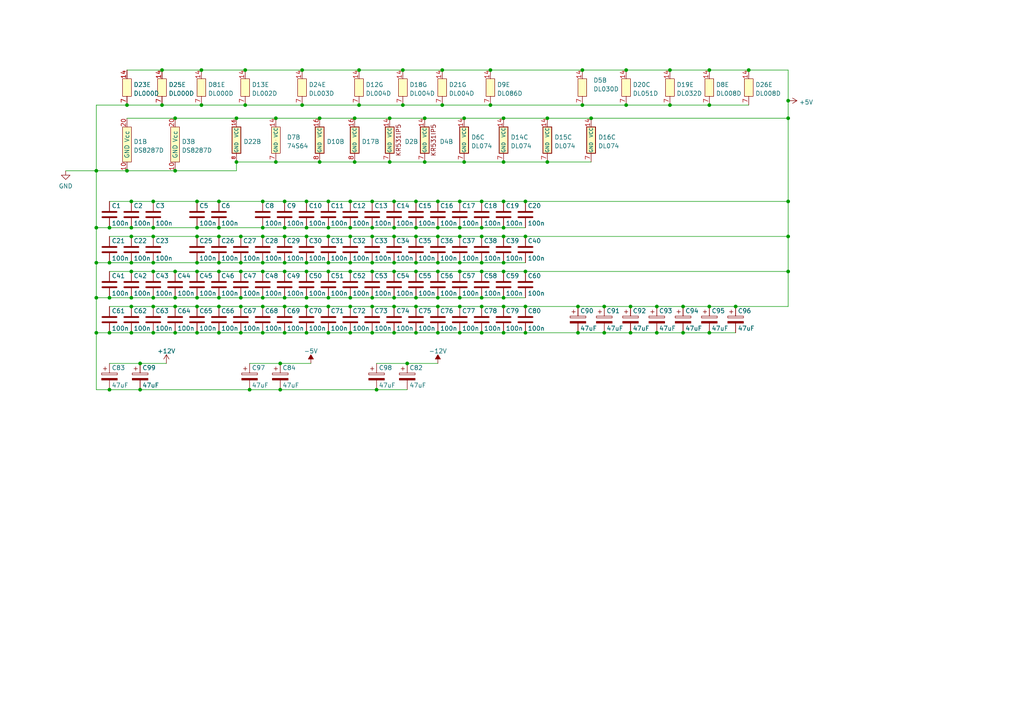
<source format=kicad_sch>
(kicad_sch (version 20211123) (generator eeschema)
  (paper "A4")
  (junction (at 44.45 78.74))
  (junction (at 134.62 34.29))
  (junction (at 63.5 66.04))
  (junction (at 139.7 96.52))
  (junction (at 57.15 68.58))
  (junction (at 152.4 96.52))
  (junction (at 182.88 88.9))
  (junction (at 76.2 76.2))
  (junction (at 92.71 34.29))
  (junction (at 127 86.36))
  (junction (at 63.5 96.52))
  (junction (at 38.1 68.58))
  (junction (at 133.35 76.2))
  (junction (at 82.55 86.36))
  (junction (at 127 96.52))
  (junction (at 80.01 46.99))
  (junction (at 213.36 88.9))
  (junction (at 205.74 30.48))
  (junction (at 101.6 76.2))
  (junction (at 63.5 68.58))
  (junction (at 57.15 96.52))
  (junction (at 133.35 86.36))
  (junction (at 107.95 66.04))
  (junction (at 76.2 88.9))
  (junction (at 101.6 96.52))
  (junction (at 146.05 68.58))
  (junction (at 139.7 68.58))
  (junction (at 146.05 46.99))
  (junction (at 76.2 96.52))
  (junction (at 44.45 96.52))
  (junction (at 36.83 30.48))
  (junction (at 88.9 76.2))
  (junction (at 114.3 96.52))
  (junction (at 123.19 34.29))
  (junction (at 228.6 29.21))
  (junction (at 95.25 78.74))
  (junction (at 69.85 76.2))
  (junction (at 63.5 78.74))
  (junction (at 120.65 58.42))
  (junction (at 127 66.04))
  (junction (at 127 88.9))
  (junction (at 27.94 96.52))
  (junction (at 107.95 96.52))
  (junction (at 68.58 46.99))
  (junction (at 82.55 58.42))
  (junction (at 57.15 78.74))
  (junction (at 27.94 76.2))
  (junction (at 27.94 66.04))
  (junction (at 82.55 76.2))
  (junction (at 63.5 86.36))
  (junction (at 175.26 88.9))
  (junction (at 146.05 96.52))
  (junction (at 50.8 86.36))
  (junction (at 82.55 88.9))
  (junction (at 114.3 86.36))
  (junction (at 139.7 86.36))
  (junction (at 88.9 96.52))
  (junction (at 57.15 58.42))
  (junction (at 38.1 76.2))
  (junction (at 114.3 78.74))
  (junction (at 158.75 34.29))
  (junction (at 146.05 66.04))
  (junction (at 113.03 46.99))
  (junction (at 127 78.74))
  (junction (at 82.55 96.52))
  (junction (at 114.3 66.04))
  (junction (at 194.31 30.48))
  (junction (at 168.91 30.48))
  (junction (at 120.65 88.9))
  (junction (at 27.94 86.36))
  (junction (at 31.75 113.03))
  (junction (at 44.45 68.58))
  (junction (at 127 58.42))
  (junction (at 120.65 86.36))
  (junction (at 44.45 86.36))
  (junction (at 69.85 96.52))
  (junction (at 190.5 96.52))
  (junction (at 46.99 30.48))
  (junction (at 95.25 58.42))
  (junction (at 82.55 66.04))
  (junction (at 27.94 49.53))
  (junction (at 123.19 46.99))
  (junction (at 120.65 68.58))
  (junction (at 182.88 96.52))
  (junction (at 69.85 68.58))
  (junction (at 101.6 58.42))
  (junction (at 107.95 58.42))
  (junction (at 146.05 86.36))
  (junction (at 88.9 68.58))
  (junction (at 101.6 66.04))
  (junction (at 57.15 86.36))
  (junction (at 133.35 78.74))
  (junction (at 152.4 88.9))
  (junction (at 88.9 78.74))
  (junction (at 139.7 66.04))
  (junction (at 63.5 76.2))
  (junction (at 71.12 30.48))
  (junction (at 44.45 66.04))
  (junction (at 38.1 78.74))
  (junction (at 95.25 66.04))
  (junction (at 63.5 88.9))
  (junction (at 88.9 58.42))
  (junction (at 44.45 88.9))
  (junction (at 101.6 88.9))
  (junction (at 102.87 34.29))
  (junction (at 46.99 20.32))
  (junction (at 109.22 113.03))
  (junction (at 146.05 88.9))
  (junction (at 50.8 96.52))
  (junction (at 88.9 88.9))
  (junction (at 198.12 96.52))
  (junction (at 116.84 20.32))
  (junction (at 38.1 58.42))
  (junction (at 217.17 20.32))
  (junction (at 57.15 66.04))
  (junction (at 134.62 46.99))
  (junction (at 71.12 20.32))
  (junction (at 31.75 96.52))
  (junction (at 82.55 78.74))
  (junction (at 63.5 58.42))
  (junction (at 31.75 76.2))
  (junction (at 139.7 78.74))
  (junction (at 50.8 34.29))
  (junction (at 168.91 20.32))
  (junction (at 114.3 58.42))
  (junction (at 57.15 88.9))
  (junction (at 50.8 78.74))
  (junction (at 40.64 113.03))
  (junction (at 57.15 76.2))
  (junction (at 205.74 20.32))
  (junction (at 76.2 68.58))
  (junction (at 95.25 76.2))
  (junction (at 205.74 88.9))
  (junction (at 101.6 86.36))
  (junction (at 69.85 88.9))
  (junction (at 133.35 66.04))
  (junction (at 142.24 30.48))
  (junction (at 36.83 49.53))
  (junction (at 152.4 68.58))
  (junction (at 44.45 58.42))
  (junction (at 95.25 68.58))
  (junction (at 146.05 76.2))
  (junction (at 118.11 105.41))
  (junction (at 68.58 34.29))
  (junction (at 76.2 86.36))
  (junction (at 228.6 34.29))
  (junction (at 167.64 88.9))
  (junction (at 50.8 88.9))
  (junction (at 81.28 113.03))
  (junction (at 31.75 86.36))
  (junction (at 139.7 76.2))
  (junction (at 120.65 66.04))
  (junction (at 107.95 88.9))
  (junction (at 146.05 58.42))
  (junction (at 114.3 68.58))
  (junction (at 81.28 105.41))
  (junction (at 44.45 76.2))
  (junction (at 101.6 68.58))
  (junction (at 205.74 96.52))
  (junction (at 87.63 20.32))
  (junction (at 95.25 96.52))
  (junction (at 95.25 86.36))
  (junction (at 158.75 46.99))
  (junction (at 228.6 78.74))
  (junction (at 127 76.2))
  (junction (at 142.24 20.32))
  (junction (at 40.64 105.41))
  (junction (at 175.26 96.52))
  (junction (at 58.42 30.48))
  (junction (at 50.8 49.53))
  (junction (at 152.4 78.74))
  (junction (at 133.35 68.58))
  (junction (at 80.01 34.29))
  (junction (at 120.65 76.2))
  (junction (at 114.3 88.9))
  (junction (at 198.12 88.9))
  (junction (at 120.65 78.74))
  (junction (at 139.7 58.42))
  (junction (at 69.85 78.74))
  (junction (at 92.71 46.99))
  (junction (at 120.65 96.52))
  (junction (at 102.87 46.99))
  (junction (at 194.31 20.32))
  (junction (at 133.35 58.42))
  (junction (at 114.3 76.2))
  (junction (at 228.6 68.58))
  (junction (at 31.75 66.04))
  (junction (at 107.95 68.58))
  (junction (at 38.1 66.04))
  (junction (at 181.61 30.48))
  (junction (at 104.14 20.32))
  (junction (at 107.95 78.74))
  (junction (at 88.9 86.36))
  (junction (at 88.9 66.04))
  (junction (at 139.7 88.9))
  (junction (at 72.39 113.03))
  (junction (at 107.95 86.36))
  (junction (at 107.95 76.2))
  (junction (at 38.1 86.36))
  (junction (at 190.5 88.9))
  (junction (at 133.35 96.52))
  (junction (at 128.27 30.48))
  (junction (at 146.05 34.29))
  (junction (at 82.55 68.58))
  (junction (at 152.4 58.42))
  (junction (at 76.2 58.42))
  (junction (at 101.6 78.74))
  (junction (at 133.35 88.9))
  (junction (at 128.27 20.32))
  (junction (at 113.03 34.29))
  (junction (at 95.25 88.9))
  (junction (at 116.84 30.48))
  (junction (at 58.42 20.32))
  (junction (at 146.05 78.74))
  (junction (at 76.2 78.74))
  (junction (at 38.1 88.9))
  (junction (at 104.14 30.48))
  (junction (at 38.1 96.52))
  (junction (at 69.85 86.36))
  (junction (at 76.2 66.04))
  (junction (at 127 68.58))
  (junction (at 181.61 20.32))
  (junction (at 87.63 30.48))
  (junction (at 228.6 58.42))
  (junction (at 171.45 34.29))
  (junction (at 167.64 96.52))
  (wire (pts (xy 181.61 30.48) (xy 194.31 30.48)))
  (wire (pts (xy 88.9 68.58) (xy 95.25 68.58)))
  (wire (pts (xy 133.35 88.9) (xy 139.7 88.9)))
  (wire (pts (xy 134.62 46.99) (xy 146.05 46.99)))
  (wire (pts (xy 101.6 88.9) (xy 107.95 88.9)))
  (wire (pts (xy 31.75 78.74) (xy 38.1 78.74)))
  (wire (pts (xy 69.85 86.36) (xy 63.5 86.36)))
  (wire (pts (xy 81.28 105.41) (xy 90.17 105.41)))
  (wire (pts (xy 205.74 96.52) (xy 213.36 96.52)))
  (wire (pts (xy 50.8 96.52) (xy 44.45 96.52)))
  (wire (pts (xy 31.75 88.9) (xy 38.1 88.9)))
  (wire (pts (xy 31.75 105.41) (xy 40.64 105.41)))
  (wire (pts (xy 63.5 68.58) (xy 69.85 68.58)))
  (wire (pts (xy 95.25 76.2) (xy 88.9 76.2)))
  (wire (pts (xy 181.61 20.32) (xy 194.31 20.32)))
  (wire (pts (xy 95.25 86.36) (xy 88.9 86.36)))
  (wire (pts (xy 194.31 20.32) (xy 205.74 20.32)))
  (wire (pts (xy 82.55 76.2) (xy 76.2 76.2)))
  (wire (pts (xy 104.14 30.48) (xy 116.84 30.48)))
  (wire (pts (xy 92.71 46.99) (xy 102.87 46.99)))
  (wire (pts (xy 27.94 49.53) (xy 36.83 49.53)))
  (wire (pts (xy 19.05 49.53) (xy 27.94 49.53)))
  (wire (pts (xy 109.22 105.41) (xy 118.11 105.41)))
  (wire (pts (xy 46.99 20.32) (xy 58.42 20.32)))
  (wire (pts (xy 133.35 78.74) (xy 139.7 78.74)))
  (wire (pts (xy 95.25 96.52) (xy 88.9 96.52)))
  (wire (pts (xy 123.19 34.29) (xy 134.62 34.29)))
  (wire (pts (xy 36.83 34.29) (xy 50.8 34.29)))
  (wire (pts (xy 95.25 66.04) (xy 88.9 66.04)))
  (wire (pts (xy 27.94 96.52) (xy 27.94 86.36)))
  (wire (pts (xy 46.99 30.48) (xy 58.42 30.48)))
  (wire (pts (xy 152.4 78.74) (xy 228.6 78.74)))
  (wire (pts (xy 58.42 30.48) (xy 71.12 30.48)))
  (wire (pts (xy 50.8 86.36) (xy 44.45 86.36)))
  (wire (pts (xy 82.55 68.58) (xy 88.9 68.58)))
  (wire (pts (xy 139.7 68.58) (xy 146.05 68.58)))
  (wire (pts (xy 120.65 68.58) (xy 127 68.58)))
  (wire (pts (xy 88.9 96.52) (xy 82.55 96.52)))
  (wire (pts (xy 38.1 96.52) (xy 31.75 96.52)))
  (wire (pts (xy 139.7 66.04) (xy 133.35 66.04)))
  (wire (pts (xy 88.9 88.9) (xy 95.25 88.9)))
  (wire (pts (xy 139.7 76.2) (xy 133.35 76.2)))
  (wire (pts (xy 63.5 88.9) (xy 69.85 88.9)))
  (wire (pts (xy 95.25 58.42) (xy 101.6 58.42)))
  (wire (pts (xy 113.03 34.29) (xy 123.19 34.29)))
  (wire (pts (xy 152.4 96.52) (xy 146.05 96.52)))
  (wire (pts (xy 82.55 66.04) (xy 76.2 66.04)))
  (wire (pts (xy 31.75 66.04) (xy 27.94 66.04)))
  (wire (pts (xy 146.05 76.2) (xy 139.7 76.2)))
  (wire (pts (xy 118.11 105.41) (xy 127 105.41)))
  (wire (pts (xy 175.26 88.9) (xy 182.88 88.9)))
  (wire (pts (xy 171.45 34.29) (xy 228.6 34.29)))
  (wire (pts (xy 44.45 88.9) (xy 50.8 88.9)))
  (wire (pts (xy 146.05 96.52) (xy 139.7 96.52)))
  (wire (pts (xy 63.5 78.74) (xy 69.85 78.74)))
  (wire (pts (xy 76.2 88.9) (xy 82.55 88.9)))
  (wire (pts (xy 50.8 88.9) (xy 57.15 88.9)))
  (wire (pts (xy 95.25 88.9) (xy 101.6 88.9)))
  (wire (pts (xy 44.45 58.42) (xy 57.15 58.42)))
  (wire (pts (xy 120.65 78.74) (xy 127 78.74)))
  (wire (pts (xy 95.25 78.74) (xy 101.6 78.74)))
  (wire (pts (xy 101.6 66.04) (xy 95.25 66.04)))
  (wire (pts (xy 127 96.52) (xy 120.65 96.52)))
  (wire (pts (xy 88.9 78.74) (xy 95.25 78.74)))
  (wire (pts (xy 104.14 20.32) (xy 116.84 20.32)))
  (wire (pts (xy 107.95 76.2) (xy 101.6 76.2)))
  (wire (pts (xy 27.94 66.04) (xy 27.94 49.53)))
  (wire (pts (xy 44.45 96.52) (xy 38.1 96.52)))
  (wire (pts (xy 80.01 46.99) (xy 92.71 46.99)))
  (wire (pts (xy 76.2 78.74) (xy 82.55 78.74)))
  (wire (pts (xy 133.35 76.2) (xy 127 76.2)))
  (wire (pts (xy 158.75 46.99) (xy 171.45 46.99)))
  (wire (pts (xy 63.5 96.52) (xy 57.15 96.52)))
  (wire (pts (xy 205.74 30.48) (xy 217.17 30.48)))
  (wire (pts (xy 228.6 68.58) (xy 228.6 58.42)))
  (wire (pts (xy 133.35 66.04) (xy 127 66.04)))
  (wire (pts (xy 194.31 30.48) (xy 205.74 30.48)))
  (wire (pts (xy 80.01 34.29) (xy 92.71 34.29)))
  (wire (pts (xy 50.8 49.53) (xy 68.58 49.53)))
  (wire (pts (xy 38.1 66.04) (xy 31.75 66.04)))
  (wire (pts (xy 182.88 88.9) (xy 190.5 88.9)))
  (wire (pts (xy 114.3 58.42) (xy 120.65 58.42)))
  (wire (pts (xy 205.74 20.32) (xy 217.17 20.32)))
  (wire (pts (xy 101.6 78.74) (xy 107.95 78.74)))
  (wire (pts (xy 50.8 78.74) (xy 57.15 78.74)))
  (wire (pts (xy 87.63 20.32) (xy 104.14 20.32)))
  (wire (pts (xy 127 86.36) (xy 120.65 86.36)))
  (wire (pts (xy 57.15 78.74) (xy 63.5 78.74)))
  (wire (pts (xy 146.05 46.99) (xy 158.75 46.99)))
  (wire (pts (xy 38.1 86.36) (xy 31.75 86.36)))
  (wire (pts (xy 213.36 88.9) (xy 228.6 88.9)))
  (wire (pts (xy 44.45 68.58) (xy 57.15 68.58)))
  (wire (pts (xy 101.6 86.36) (xy 95.25 86.36)))
  (wire (pts (xy 71.12 30.48) (xy 87.63 30.48)))
  (wire (pts (xy 31.75 96.52) (xy 27.94 96.52)))
  (wire (pts (xy 127 78.74) (xy 133.35 78.74)))
  (wire (pts (xy 82.55 88.9) (xy 88.9 88.9)))
  (wire (pts (xy 57.15 96.52) (xy 50.8 96.52)))
  (wire (pts (xy 114.3 66.04) (xy 107.95 66.04)))
  (wire (pts (xy 228.6 88.9) (xy 228.6 78.74)))
  (wire (pts (xy 152.4 96.52) (xy 167.64 96.52)))
  (wire (pts (xy 114.3 86.36) (xy 107.95 86.36)))
  (wire (pts (xy 72.39 113.03) (xy 40.64 113.03)))
  (wire (pts (xy 198.12 88.9) (xy 205.74 88.9)))
  (wire (pts (xy 152.4 88.9) (xy 167.64 88.9)))
  (wire (pts (xy 146.05 66.04) (xy 139.7 66.04)))
  (wire (pts (xy 120.65 66.04) (xy 114.3 66.04)))
  (wire (pts (xy 88.9 66.04) (xy 82.55 66.04)))
  (wire (pts (xy 57.15 86.36) (xy 50.8 86.36)))
  (wire (pts (xy 58.42 20.32) (xy 71.12 20.32)))
  (wire (pts (xy 38.1 68.58) (xy 44.45 68.58)))
  (wire (pts (xy 120.65 88.9) (xy 127 88.9)))
  (wire (pts (xy 116.84 20.32) (xy 128.27 20.32)))
  (wire (pts (xy 123.19 46.99) (xy 134.62 46.99)))
  (wire (pts (xy 146.05 68.58) (xy 152.4 68.58)))
  (wire (pts (xy 31.75 58.42) (xy 38.1 58.42)))
  (wire (pts (xy 87.63 30.48) (xy 104.14 30.48)))
  (wire (pts (xy 107.95 96.52) (xy 101.6 96.52)))
  (wire (pts (xy 68.58 49.53) (xy 68.58 46.99)))
  (wire (pts (xy 152.4 66.04) (xy 146.05 66.04)))
  (wire (pts (xy 139.7 86.36) (xy 133.35 86.36)))
  (wire (pts (xy 120.65 86.36) (xy 114.3 86.36)))
  (wire (pts (xy 81.28 113.03) (xy 72.39 113.03)))
  (wire (pts (xy 107.95 68.58) (xy 114.3 68.58)))
  (wire (pts (xy 38.1 76.2) (xy 31.75 76.2)))
  (wire (pts (xy 168.91 30.48) (xy 181.61 30.48)))
  (wire (pts (xy 102.87 46.99) (xy 113.03 46.99)))
  (wire (pts (xy 40.64 113.03) (xy 31.75 113.03)))
  (wire (pts (xy 107.95 86.36) (xy 101.6 86.36)))
  (wire (pts (xy 120.65 58.42) (xy 127 58.42)))
  (wire (pts (xy 114.3 88.9) (xy 120.65 88.9)))
  (wire (pts (xy 118.11 113.03) (xy 109.22 113.03)))
  (wire (pts (xy 114.3 68.58) (xy 120.65 68.58)))
  (wire (pts (xy 36.83 49.53) (xy 50.8 49.53)))
  (wire (pts (xy 127 76.2) (xy 120.65 76.2)))
  (wire (pts (xy 142.24 20.32) (xy 168.91 20.32)))
  (wire (pts (xy 68.58 34.29) (xy 80.01 34.29)))
  (wire (pts (xy 127 66.04) (xy 120.65 66.04)))
  (wire (pts (xy 205.74 88.9) (xy 213.36 88.9)))
  (wire (pts (xy 167.64 88.9) (xy 175.26 88.9)))
  (wire (pts (xy 133.35 86.36) (xy 127 86.36)))
  (wire (pts (xy 36.83 30.48) (xy 46.99 30.48)))
  (wire (pts (xy 38.1 78.74) (xy 44.45 78.74)))
  (wire (pts (xy 63.5 58.42) (xy 76.2 58.42)))
  (wire (pts (xy 175.26 96.52) (xy 182.88 96.52)))
  (wire (pts (xy 120.65 76.2) (xy 114.3 76.2)))
  (wire (pts (xy 63.5 86.36) (xy 57.15 86.36)))
  (wire (pts (xy 142.24 30.48) (xy 168.91 30.48)))
  (wire (pts (xy 114.3 78.74) (xy 120.65 78.74)))
  (wire (pts (xy 101.6 96.52) (xy 95.25 96.52)))
  (wire (pts (xy 36.83 20.32) (xy 46.99 20.32)))
  (wire (pts (xy 68.58 46.99) (xy 80.01 46.99)))
  (wire (pts (xy 44.45 86.36) (xy 38.1 86.36)))
  (wire (pts (xy 152.4 68.58) (xy 228.6 68.58)))
  (wire (pts (xy 107.95 78.74) (xy 114.3 78.74)))
  (wire (pts (xy 158.75 34.29) (xy 171.45 34.29)))
  (wire (pts (xy 88.9 86.36) (xy 82.55 86.36)))
  (wire (pts (xy 82.55 78.74) (xy 88.9 78.74)))
  (wire (pts (xy 36.83 30.48) (xy 27.94 30.48)))
  (wire (pts (xy 31.75 68.58) (xy 38.1 68.58)))
  (wire (pts (xy 69.85 68.58) (xy 76.2 68.58)))
  (wire (pts (xy 44.45 76.2) (xy 57.15 76.2)))
  (wire (pts (xy 134.62 34.29) (xy 146.05 34.29)))
  (wire (pts (xy 114.3 96.52) (xy 107.95 96.52)))
  (wire (pts (xy 63.5 76.2) (xy 57.15 76.2)))
  (wire (pts (xy 69.85 88.9) (xy 76.2 88.9)))
  (wire (pts (xy 27.94 113.03) (xy 27.94 96.52)))
  (wire (pts (xy 190.5 96.52) (xy 198.12 96.52)))
  (wire (pts (xy 133.35 58.42) (xy 139.7 58.42)))
  (wire (pts (xy 128.27 20.32) (xy 142.24 20.32)))
  (wire (pts (xy 63.5 66.04) (xy 57.15 66.04)))
  (wire (pts (xy 107.95 66.04) (xy 101.6 66.04)))
  (wire (pts (xy 31.75 113.03) (xy 27.94 113.03)))
  (wire (pts (xy 76.2 86.36) (xy 69.85 86.36)))
  (wire (pts (xy 139.7 88.9) (xy 146.05 88.9)))
  (wire (pts (xy 190.5 88.9) (xy 198.12 88.9)))
  (wire (pts (xy 101.6 68.58) (xy 107.95 68.58)))
  (wire (pts (xy 44.45 66.04) (xy 57.15 66.04)))
  (wire (pts (xy 40.64 105.41) (xy 48.26 105.41)))
  (wire (pts (xy 228.6 58.42) (xy 228.6 34.29)))
  (wire (pts (xy 116.84 30.48) (xy 128.27 30.48)))
  (wire (pts (xy 182.88 96.52) (xy 190.5 96.52)))
  (wire (pts (xy 27.94 30.48) (xy 27.94 49.53)))
  (wire (pts (xy 76.2 68.58) (xy 82.55 68.58)))
  (wire (pts (xy 228.6 34.29) (xy 228.6 29.21)))
  (wire (pts (xy 139.7 96.52) (xy 133.35 96.52)))
  (wire (pts (xy 102.87 34.29) (xy 113.03 34.29)))
  (wire (pts (xy 72.39 105.41) (xy 81.28 105.41)))
  (wire (pts (xy 146.05 58.42) (xy 152.4 58.42)))
  (wire (pts (xy 82.55 86.36) (xy 76.2 86.36)))
  (wire (pts (xy 152.4 58.42) (xy 228.6 58.42)))
  (wire (pts (xy 95.25 68.58) (xy 101.6 68.58)))
  (wire (pts (xy 228.6 29.21) (xy 228.6 20.32)))
  (wire (pts (xy 92.71 34.29) (xy 102.87 34.29)))
  (wire (pts (xy 146.05 34.29) (xy 158.75 34.29)))
  (wire (pts (xy 88.9 58.42) (xy 95.25 58.42)))
  (wire (pts (xy 127 68.58) (xy 133.35 68.58)))
  (wire (pts (xy 101.6 76.2) (xy 95.25 76.2)))
  (wire (pts (xy 50.8 34.29) (xy 68.58 34.29)))
  (wire (pts (xy 167.64 96.52) (xy 175.26 96.52)))
  (wire (pts (xy 88.9 76.2) (xy 82.55 76.2)))
  (wire (pts (xy 31.75 76.2) (xy 27.94 76.2)))
  (wire (pts (xy 76.2 96.52) (xy 69.85 96.52)))
  (wire (pts (xy 82.55 58.42) (xy 88.9 58.42)))
  (wire (pts (xy 27.94 86.36) (xy 27.94 76.2)))
  (wire (pts (xy 198.12 96.52) (xy 205.74 96.52)))
  (wire (pts (xy 44.45 76.2) (xy 38.1 76.2)))
  (wire (pts (xy 139.7 58.42) (xy 146.05 58.42)))
  (wire (pts (xy 69.85 96.52) (xy 63.5 96.52)))
  (wire (pts (xy 27.94 76.2) (xy 27.94 66.04)))
  (wire (pts (xy 76.2 76.2) (xy 69.85 76.2)))
  (wire (pts (xy 120.65 96.52) (xy 114.3 96.52)))
  (wire (pts (xy 146.05 78.74) (xy 152.4 78.74)))
  (wire (pts (xy 146.05 88.9) (xy 152.4 88.9)))
  (wire (pts (xy 152.4 86.36) (xy 146.05 86.36)))
  (wire (pts (xy 38.1 88.9) (xy 44.45 88.9)))
  (wire (pts (xy 133.35 96.52) (xy 127 96.52)))
  (wire (pts (xy 128.27 30.48) (xy 142.24 30.48)))
  (wire (pts (xy 57.15 88.9) (xy 63.5 88.9)))
  (wire (pts (xy 38.1 58.42) (xy 44.45 58.42)))
  (wire (pts (xy 152.4 76.2) (xy 146.05 76.2)))
  (wire (pts (xy 217.17 20.32) (xy 228.6 20.32)))
  (wire (pts (xy 107.95 88.9) (xy 114.3 88.9)))
  (wire (pts (xy 228.6 78.74) (xy 228.6 68.58)))
  (wire (pts (xy 114.3 76.2) (xy 107.95 76.2)))
  (wire (pts (xy 113.03 46.99) (xy 123.19 46.99)))
  (wire (pts (xy 133.35 68.58) (xy 139.7 68.58)))
  (wire (pts (xy 57.15 68.58) (xy 63.5 68.58)))
  (wire (pts (xy 127 88.9) (xy 133.35 88.9)))
  (wire (pts (xy 146.05 86.36) (xy 139.7 86.36)))
  (wire (pts (xy 101.6 58.42) (xy 107.95 58.42)))
  (wire (pts (xy 107.95 58.42) (xy 114.3 58.42)))
  (wire (pts (xy 44.45 78.74) (xy 50.8 78.74)))
  (wire (pts (xy 44.45 66.04) (xy 38.1 66.04)))
  (wire (pts (xy 109.22 113.03) (xy 81.28 113.03)))
  (wire (pts (xy 71.12 20.32) (xy 87.63 20.32)))
  (wire (pts (xy 57.15 58.42) (xy 63.5 58.42)))
  (wire (pts (xy 139.7 78.74) (xy 146.05 78.74)))
  (wire (pts (xy 76.2 58.42) (xy 82.55 58.42)))
  (wire (pts (xy 63.5 66.04) (xy 76.2 66.04)))
  (wire (pts (xy 69.85 76.2) (xy 63.5 76.2)))
  (wire (pts (xy 127 58.42) (xy 133.35 58.42)))
  (wire (pts (xy 82.55 96.52) (xy 76.2 96.52)))
  (wire (pts (xy 168.91 20.32) (xy 181.61 20.32)))
  (wire (pts (xy 31.75 86.36) (xy 27.94 86.36)))
  (wire (pts (xy 69.85 78.74) (xy 76.2 78.74)))
  (symbol (lib_id "robotron_ec1834:DL000D") (at 46.99 25.4 0) (unit 5)
    (property "Reference" "D25" (at 48.895 24.5653 0) (effects (justify left)))
    (property "Value" "DL000D" (at 48.895 27.1022 0) (effects (justify left)))
    (property "Footprint" "Package_DIP:DIP-14_W7.62mm" (effects hide))
    (property "Datasheet" "https://www-user.tu-chemnitz.de/~heha/basteln/Konsumg%C3%BCter/DDR-Halbleiter/dl000.gif" (effects hide))
  )
  (symbol (lib_id "robotron_ec1834:DL008D") (at 217.17 25.4 0) (unit 5)
    (property "Reference" "D26" (at 219.075 24.5653 0) (effects (justify left)))
    (property "Value" "DL008D" (at 219.075 27.1022 0) (effects (justify left)))
    (property "Footprint" "Package_DIP:DIP-14_W7.62mm" (effects hide))
    (property "Datasheet" "https://www-user.tu-chemnitz.de/~heha/basteln/Konsumg%C3%BCter/DDR-Halbleiter/dl008.gif" (effects hide))
  )
  (symbol (lib_id "Device:C") (at 31.75 82.55 0) (unit 1)
    (property "Reference" "C41" (at 32.385 80.01 0) (effects (justify left)))
    (property "Value" "100n" (at 32.385 85.09 0) (effects (justify left)))
    (property "Footprint" "Capacitor_THT:C_Disc_D3.0mm_W1.6mm_P2.50mm" (effects hide))
  )
  (symbol (lib_id "Device:C") (at 57.15 62.23 0) (unit 1)
    (property "Reference" "C5" (at 57.785 59.69 0) (effects (justify left)))
    (property "Value" "100n" (at 57.785 64.77 0) (effects (justify left)))
    (property "Footprint" "Capacitor_THT:C_Disc_D3.0mm_W1.6mm_P2.50mm" (effects hide))
  )
  (symbol (lib_id "RFT_Digitalschaltkreise:DL004D") (at 116.84 25.4 0) (unit 7)
    (property "Reference" "D18" (at 118.745 24.5653 0) (effects (justify left)))
    (property "Value" "DL004D" (at 118.745 27.1022 0) (effects (justify left)))
    (property "Footprint" "Package_DIP:DIP-14_W7.62mm" (effects hide))
    (property "Datasheet" "https://www-user.tu-chemnitz.de/~heha/basteln/Konsumg%C3%BCter/DDR-Halbleiter/dl003.gif" (effects hide))
  )
  (symbol (lib_id "RFT_Digitalschaltkreise:DL086D") (at 142.24 25.4 0) (unit 5)
    (property "Reference" "D9" (at 144.145 24.5653 0) (effects (justify left)))
    (property "Value" "DL086D" (at 144.145 27.1022 0) (effects (justify left)))
    (property "Footprint" "Package_DIP:DIP-14_W7.62mm" (effects hide))
    (property "Datasheet" "https://www-user.tu-chemnitz.de/~heha/basteln/Konsumg%C3%BCter/DDR-Halbleiter/dl074.gif" (effects hide))
  )
  (symbol (lib_name "74S64_1") (lib_id "robotron_ec1834:74S64") (at 80.01 40.64 0) (unit 2)
    (property "Reference" "D7" (at 83.185 39.8053 0) (effects (justify left)))
    (property "Value" "74S64" (at 83.185 42.3422 0) (effects (justify left)))
    (property "Footprint" "Package_DIP:DIP-14_W7.62mm" (effects hide))
  )
  (symbol (lib_id "Device:C") (at 114.3 62.23 0) (unit 1)
    (property "Reference" "C14" (at 114.935 59.69 0) (effects (justify left)))
    (property "Value" "100n" (at 114.935 64.77 0) (effects (justify left)))
    (property "Footprint" "Capacitor_THT:C_Disc_D3.0mm_W1.6mm_P2.50mm" (effects hide))
  )
  (symbol (lib_id "Device:C") (at 101.6 62.23 0) (unit 1)
    (property "Reference" "C12" (at 102.235 59.69 0) (effects (justify left)))
    (property "Value" "100n" (at 102.235 64.77 0) (effects (justify left)))
    (property "Footprint" "Capacitor_THT:C_Disc_D3.0mm_W1.6mm_P2.50mm" (effects hide))
  )
  (symbol (lib_id "Device:C") (at 76.2 82.55 0) (unit 1)
    (property "Reference" "C48" (at 76.835 80.01 0) (effects (justify left)))
    (property "Value" "100n" (at 76.835 85.09 0) (effects (justify left)))
    (property "Footprint" "Capacitor_THT:C_Disc_D3.0mm_W1.6mm_P2.50mm" (effects hide))
  )
  (symbol (lib_id "Device:C") (at 152.4 62.23 0) (unit 1)
    (property "Reference" "C20" (at 153.035 59.69 0) (effects (justify left)))
    (property "Value" "100n" (at 153.035 64.77 0) (effects (justify left)))
    (property "Footprint" "Capacitor_THT:C_Disc_D3.0mm_W1.6mm_P2.50mm" (effects hide))
  )
  (symbol (lib_id "Device:C") (at 76.2 62.23 0) (unit 1)
    (property "Reference" "C8" (at 76.835 59.69 0) (effects (justify left)))
    (property "Value" "100n" (at 76.835 64.77 0) (effects (justify left)))
    (property "Footprint" "Capacitor_THT:C_Disc_D3.0mm_W1.6mm_P2.50mm" (effects hide))
  )
  (symbol (lib_id "Device:C") (at 146.05 62.23 0) (unit 1)
    (property "Reference" "C19" (at 146.685 59.69 0) (effects (justify left)))
    (property "Value" "100n" (at 146.685 64.77 0) (effects (justify left)))
    (property "Footprint" "Capacitor_THT:C_Disc_D3.0mm_W1.6mm_P2.50mm" (effects hide))
  )
  (symbol (lib_id "Device:C") (at 152.4 92.71 0) (unit 1)
    (property "Reference" "C80" (at 153.035 90.17 0) (effects (justify left)))
    (property "Value" "100n" (at 153.035 95.25 0) (effects (justify left)))
    (property "Footprint" "Capacitor_THT:C_Disc_D3.0mm_W1.6mm_P2.50mm" (effects hide))
  )
  (symbol (lib_id "robotron_ec1834:74LS257") (at 102.87 40.64 0) (unit 2)
    (property "Reference" "D17" (at 104.902 41.0738 0) (effects (justify left)))
    (property "Value" "74LS257" (effects hide))
    (property "Footprint" "Package_DIP:DIP-16_W7.62mm" (effects hide))
    (property "Datasheet" "http://www.ti.com/lit/gpn/sn74LS257" (effects hide))
  )
  (symbol (lib_id "Device:C") (at 50.8 82.55 0) (unit 1)
    (property "Reference" "C44" (at 51.435 80.01 0) (effects (justify left)))
    (property "Value" "100n" (at 51.435 85.09 0) (effects (justify left)))
    (property "Footprint" "Capacitor_THT:C_Disc_D3.0mm_W1.6mm_P2.50mm" (effects hide))
  )
  (symbol (lib_id "Device:C") (at 82.55 72.39 0) (unit 1)
    (property "Reference" "C29" (at 83.185 69.85 0) (effects (justify left)))
    (property "Value" "100n" (at 83.185 74.93 0) (effects (justify left)))
    (property "Footprint" "Capacitor_THT:C_Disc_D3.0mm_W1.6mm_P2.50mm" (effects hide))
  )
  (symbol (lib_id "Device:C") (at 63.5 92.71 0) (unit 1)
    (property "Reference" "C66" (at 64.135 90.17 0) (effects (justify left)))
    (property "Value" "100n" (at 64.135 95.25 0) (effects (justify left)))
    (property "Footprint" "Capacitor_THT:C_Disc_D3.0mm_W1.6mm_P2.50mm" (effects hide))
  )
  (symbol (lib_id "Device:C") (at 133.35 92.71 0) (unit 1)
    (property "Reference" "C77" (at 133.985 90.17 0) (effects (justify left)))
    (property "Value" "100n" (at 133.985 95.25 0) (effects (justify left)))
    (property "Footprint" "Capacitor_THT:C_Disc_D3.0mm_W1.6mm_P2.50mm" (effects hide))
  )
  (symbol (lib_id "robotron_ec1834:DL008D") (at 205.74 25.4 0) (unit 5)
    (property "Reference" "D8" (at 207.645 24.5653 0) (effects (justify left)))
    (property "Value" "DL008D" (at 207.645 27.1022 0) (effects (justify left)))
    (property "Footprint" "Package_DIP:DIP-14_W7.62mm" (effects hide))
    (property "Datasheet" "https://www-user.tu-chemnitz.de/~heha/basteln/Konsumg%C3%BCter/DDR-Halbleiter/dl008.gif" (effects hide))
  )
  (symbol (lib_id "robotron_ec1834:DL074") (at 134.62 40.64 0) (unit 3)
    (property "Reference" "D6" (at 136.652 39.8053 0) (effects (justify left)))
    (property "Value" "DL074" (at 136.652 42.3422 0) (effects (justify left)))
    (property "Footprint" "Package_DIP:DIP-14_W7.62mm" (effects hide))
    (property "Datasheet" "74xx/74hc_hct74.pdf" (effects hide))
  )
  (symbol (lib_id "Device:C") (at 127 62.23 0) (unit 1)
    (property "Reference" "C16" (at 127.635 59.69 0) (effects (justify left)))
    (property "Value" "100n" (at 127.635 64.77 0) (effects (justify left)))
    (property "Footprint" "Capacitor_THT:C_Disc_D3.0mm_W1.6mm_P2.50mm" (effects hide))
  )
  (symbol (lib_id "Device:C") (at 38.1 72.39 0) (unit 1)
    (property "Reference" "C22" (at 38.735 69.85 0) (effects (justify left)))
    (property "Value" "100n" (at 38.735 74.93 0) (effects (justify left)))
    (property "Footprint" "Capacitor_THT:C_Disc_D3.0mm_W1.6mm_P2.50mm" (effects hide))
  )
  (symbol (lib_id "Device:C") (at 127 92.71 0) (unit 1)
    (property "Reference" "C76" (at 127.635 90.17 0) (effects (justify left)))
    (property "Value" "100n" (at 127.635 95.25 0) (effects (justify left)))
    (property "Footprint" "Capacitor_THT:C_Disc_D3.0mm_W1.6mm_P2.50mm" (effects hide))
  )
  (symbol (lib_id "power:+5V") (at 228.6 29.21 270) (unit 1)
    (property "Reference" "#PWR0105" (effects hide))
    (property "Value" "+5V" (at 231.775 29.6438 90) (effects (justify left)))
  )
  (symbol (lib_id "Device:C") (at 38.1 62.23 0) (unit 1)
    (property "Reference" "C2" (at 38.735 59.69 0) (effects (justify left)))
    (property "Value" "100n" (at 38.735 64.77 0) (effects (justify left)))
    (property "Footprint" "Capacitor_THT:C_Disc_D3.0mm_W1.6mm_P2.50mm" (effects hide))
  )
  (symbol (lib_id "Device:C") (at 76.2 72.39 0) (unit 1)
    (property "Reference" "C28" (at 76.835 69.85 0) (effects (justify left)))
    (property "Value" "100n" (at 76.835 74.93 0) (effects (justify left)))
    (property "Footprint" "Capacitor_THT:C_Disc_D3.0mm_W1.6mm_P2.50mm" (effects hide))
  )
  (symbol (lib_id "Device:C") (at 44.45 72.39 0) (unit 1)
    (property "Reference" "C23" (at 45.085 69.85 0) (effects (justify left)))
    (property "Value" "100n" (at 45.085 74.93 0) (effects (justify left)))
    (property "Footprint" "Capacitor_THT:C_Disc_D3.0mm_W1.6mm_P2.50mm" (effects hide))
  )
  (symbol (lib_id "Device:C") (at 101.6 92.71 0) (unit 1)
    (property "Reference" "C72" (at 102.235 90.17 0) (effects (justify left)))
    (property "Value" "100n" (at 102.235 95.25 0) (effects (justify left)))
    (property "Footprint" "Capacitor_THT:C_Disc_D3.0mm_W1.6mm_P2.50mm" (effects hide))
  )
  (symbol (lib_id "Device:C") (at 95.25 92.71 0) (unit 1)
    (property "Reference" "C71" (at 95.885 90.17 0) (effects (justify left)))
    (property "Value" "100n" (at 95.885 95.25 0) (effects (justify left)))
    (property "Footprint" "Capacitor_THT:C_Disc_D3.0mm_W1.6mm_P2.50mm" (effects hide))
  )
  (symbol (lib_id "robotron_ec1834:DL074") (at 158.75 40.64 0) (unit 3)
    (property "Reference" "D15" (at 160.782 39.8053 0) (effects (justify left)))
    (property "Value" "DL074" (at 160.782 42.3422 0) (effects (justify left)))
    (property "Footprint" "Package_DIP:DIP-14_W7.62mm" (effects hide))
    (property "Datasheet" "74xx/74hc_hct74.pdf" (effects hide))
  )
  (symbol (lib_id "Device:C") (at 44.45 62.23 0) (unit 1)
    (property "Reference" "C3" (at 45.085 59.69 0) (effects (justify left)))
    (property "Value" "100n" (at 45.085 64.77 0) (effects (justify left)))
    (property "Footprint" "Capacitor_THT:C_Disc_D3.0mm_W1.6mm_P2.50mm" (effects hide))
  )
  (symbol (lib_id "Device:C") (at 139.7 82.55 0) (unit 1)
    (property "Reference" "C58" (at 140.335 80.01 0) (effects (justify left)))
    (property "Value" "100n" (at 140.335 85.09 0) (effects (justify left)))
    (property "Footprint" "Capacitor_THT:C_Disc_D3.0mm_W1.6mm_P2.50mm" (effects hide))
  )
  (symbol (lib_id "Device:C") (at 69.85 82.55 0) (unit 1)
    (property "Reference" "C47" (at 70.485 80.01 0) (effects (justify left)))
    (property "Value" "100n" (at 70.485 85.09 0) (effects (justify left)))
    (property "Footprint" "Capacitor_THT:C_Disc_D3.0mm_W1.6mm_P2.50mm" (effects hide))
  )
  (symbol (lib_id "robotron_ec1834:74LS280") (at 113.03 40.64 0) (unit 2)
    (property "Reference" "D2" (at 117.3464 41.0737 0) (effects (justify left)))
    (property "Value" "74LS280" (effects hide))
    (property "Footprint" "Package_DIP:DIP-14_W7.62mm" (effects hide))
    (property "Datasheet" "http://www.ti.com/lit/gpn/sn74LS280" (effects hide))
  )
  (symbol (lib_id "Device:C") (at 114.3 82.55 0) (unit 1)
    (property "Reference" "C54" (at 114.935 80.01 0) (effects (justify left)))
    (property "Value" "100n" (at 114.935 85.09 0) (effects (justify left)))
    (property "Footprint" "Capacitor_THT:C_Disc_D3.0mm_W1.6mm_P2.50mm" (effects hide))
  )
  (symbol (lib_id "Device:C") (at 107.95 62.23 0) (unit 1)
    (property "Reference" "C13" (at 108.585 59.69 0) (effects (justify left)))
    (property "Value" "100n" (at 108.585 64.77 0) (effects (justify left)))
    (property "Footprint" "Capacitor_THT:C_Disc_D3.0mm_W1.6mm_P2.50mm" (effects hide))
  )
  (symbol (lib_id "Device:C") (at 101.6 72.39 0) (unit 1)
    (property "Reference" "C32" (at 102.235 69.85 0) (effects (justify left)))
    (property "Value" "100n" (at 102.235 74.93 0) (effects (justify left)))
    (property "Footprint" "Capacitor_THT:C_Disc_D3.0mm_W1.6mm_P2.50mm" (effects hide))
  )
  (symbol (lib_id "Device:C") (at 31.75 62.23 0) (unit 1)
    (property "Reference" "C1" (at 32.385 59.69 0) (effects (justify left)))
    (property "Value" "100n" (at 32.385 64.77 0) (effects (justify left)))
    (property "Footprint" "Capacitor_THT:C_Disc_D3.0mm_W1.6mm_P2.50mm" (effects hide))
  )
  (symbol (lib_id "Device:C") (at 31.75 72.39 0) (unit 1)
    (property "Reference" "C21" (at 32.385 69.85 0) (effects (justify left)))
    (property "Value" "100n" (at 32.385 74.93 0) (effects (justify left)))
    (property "Footprint" "Capacitor_THT:C_Disc_D3.0mm_W1.6mm_P2.50mm" (effects hide))
  )
  (symbol (lib_id "RFT_Digitalschaltkreise:DL030D") (at 168.91 25.4 0) (unit 2)
    (property "Reference" "D5" (at 172.085 23.2953 0) (effects (justify left)))
    (property "Value" "DL030D" (at 172.085 25.8322 0) (effects (justify left)))
    (property "Footprint" "Package_DIP:DIP-14_W7.62mm" (effects hide))
    (property "Datasheet" "https://www-user.tu-chemnitz.de/~heha/basteln/Konsumg%C3%BCter/DDR-Halbleiter/dl021.gif" (effects hide))
  )
  (symbol (lib_id "Device:C_Polarized") (at 31.75 109.22 0) (unit 1)
    (property "Reference" "C83" (at 32.385 106.68 0) (effects (justify left)))
    (property "Value" "47uF" (at 32.385 111.76 0) (effects (justify left)))
    (property "Footprint" "Capacitor_THT:CP_Radial_D4.0mm_P2.00mm" (effects hide))
  )
  (symbol (lib_id "Device:C") (at 57.15 82.55 0) (unit 1)
    (property "Reference" "C45" (at 57.785 80.01 0) (effects (justify left)))
    (property "Value" "100n" (at 57.785 85.09 0) (effects (justify left)))
    (property "Footprint" "Capacitor_THT:C_Disc_D3.0mm_W1.6mm_P2.50mm" (effects hide))
  )
  (symbol (lib_id "Device:C_Polarized") (at 198.12 92.71 0) (unit 1)
    (property "Reference" "C94" (at 198.755 90.17 0) (effects (justify left)))
    (property "Value" "47uF" (at 198.755 95.25 0) (effects (justify left)))
    (property "Footprint" "Capacitor_THT:CP_Radial_D4.0mm_P2.00mm" (effects hide))
  )
  (symbol (lib_id "Device:C") (at 133.35 62.23 0) (unit 1)
    (property "Reference" "C17" (at 133.985 59.69 0) (effects (justify left)))
    (property "Value" "100n" (at 133.985 64.77 0) (effects (justify left)))
    (property "Footprint" "Capacitor_THT:C_Disc_D3.0mm_W1.6mm_P2.50mm" (effects hide))
  )
  (symbol (lib_id "Device:C") (at 88.9 82.55 0) (unit 1)
    (property "Reference" "C50" (at 89.535 80.01 0) (effects (justify left)))
    (property "Value" "100n" (at 89.535 85.09 0) (effects (justify left)))
    (property "Footprint" "Capacitor_THT:C_Disc_D3.0mm_W1.6mm_P2.50mm" (effects hide))
  )
  (symbol (lib_id "Device:C") (at 69.85 72.39 0) (unit 1)
    (property "Reference" "C27" (at 70.485 69.85 0) (effects (justify left)))
    (property "Value" "100n" (at 70.485 74.93 0) (effects (justify left)))
    (property "Footprint" "Capacitor_THT:C_Disc_D3.0mm_W1.6mm_P2.50mm" (effects hide))
  )
  (symbol (lib_id "Device:C") (at 82.55 62.23 0) (unit 1)
    (property "Reference" "C9" (at 83.185 59.69 0) (effects (justify left)))
    (property "Value" "100n" (at 83.185 64.77 0) (effects (justify left)))
    (property "Footprint" "Capacitor_THT:C_Disc_D3.0mm_W1.6mm_P2.50mm" (effects hide))
  )
  (symbol (lib_id "Device:C_Polarized") (at 182.88 92.71 0) (unit 1)
    (property "Reference" "C92" (at 183.515 90.17 0) (effects (justify left)))
    (property "Value" "47uF" (at 183.515 95.25 0) (effects (justify left)))
    (property "Footprint" "Capacitor_THT:CP_Radial_D4.0mm_P2.00mm" (effects hide))
  )
  (symbol (lib_id "Device:C") (at 82.55 92.71 0) (unit 1)
    (property "Reference" "C69" (at 83.185 90.17 0) (effects (justify left)))
    (property "Value" "100n" (at 83.185 95.25 0) (effects (justify left)))
    (property "Footprint" "Capacitor_THT:C_Disc_D3.0mm_W1.6mm_P2.50mm" (effects hide))
  )
  (symbol (lib_id "Device:C") (at 107.95 82.55 0) (unit 1)
    (property "Reference" "C53" (at 108.585 80.01 0) (effects (justify left)))
    (property "Value" "100n" (at 108.585 85.09 0) (effects (justify left)))
    (property "Footprint" "Capacitor_THT:C_Disc_D3.0mm_W1.6mm_P2.50mm" (effects hide))
  )
  (symbol (lib_id "Device:C") (at 95.25 82.55 0) (unit 1)
    (property "Reference" "C51" (at 95.885 80.01 0) (effects (justify left)))
    (property "Value" "100n" (at 95.885 85.09 0) (effects (justify left)))
    (property "Footprint" "Capacitor_THT:C_Disc_D3.0mm_W1.6mm_P2.50mm" (effects hide))
  )
  (symbol (lib_id "Device:C") (at 50.8 92.71 0) (unit 1)
    (property "Reference" "C64" (at 51.435 90.17 0) (effects (justify left)))
    (property "Value" "100n" (at 51.435 95.25 0) (effects (justify left)))
    (property "Footprint" "Capacitor_THT:C_Disc_D3.0mm_W1.6mm_P2.50mm" (effects hide))
  )
  (symbol (lib_id "Device:C") (at 107.95 72.39 0) (unit 1)
    (property "Reference" "C33" (at 108.585 69.85 0) (effects (justify left)))
    (property "Value" "100n" (at 108.585 74.93 0) (effects (justify left)))
    (property "Footprint" "Capacitor_THT:C_Disc_D3.0mm_W1.6mm_P2.50mm" (effects hide))
  )
  (symbol (lib_id "Device:C_Polarized") (at 190.5 92.71 0) (unit 1)
    (property "Reference" "C93" (at 191.135 90.17 0) (effects (justify left)))
    (property "Value" "47uF" (at 191.135 95.25 0) (effects (justify left)))
    (property "Footprint" "Capacitor_THT:CP_Radial_D4.0mm_P2.00mm" (effects hide))
  )
  (symbol (lib_id "Device:C") (at 69.85 92.71 0) (unit 1)
    (property "Reference" "C67" (at 70.485 90.17 0) (effects (justify left)))
    (property "Value" "100n" (at 70.485 95.25 0) (effects (justify left)))
    (property "Footprint" "Capacitor_THT:C_Disc_D3.0mm_W1.6mm_P2.50mm" (effects hide))
  )
  (symbol (lib_id "Device:C") (at 38.1 92.71 0) (unit 1)
    (property "Reference" "C62" (at 38.735 90.17 0) (effects (justify left)))
    (property "Value" "100n" (at 38.735 95.25 0) (effects (justify left)))
    (property "Footprint" "Capacitor_THT:C_Disc_D3.0mm_W1.6mm_P2.50mm" (effects hide))
  )
  (symbol (lib_id "RFT_Digitalschaltkreise:DL002D") (at 71.12 25.4 0) (unit 5)
    (property "Reference" "D13" (at 73.025 24.5653 0) (effects (justify left)))
    (property "Value" "DL002D" (at 73.025 27.1022 0) (effects (justify left)))
    (property "Footprint" "Package_DIP:DIP-14_W7.62mm" (effects hide))
    (property "Datasheet" "https://www-user.tu-chemnitz.de/~heha/basteln/Konsumg%C3%BCter/DDR-Halbleiter/dl000.gif" (effects hide))
  )
  (symbol (lib_id "Device:C") (at 152.4 72.39 0) (unit 1)
    (property "Reference" "C40" (at 153.035 69.85 0) (effects (justify left)))
    (property "Value" "100n" (at 153.035 74.93 0) (effects (justify left)))
    (property "Footprint" "Capacitor_THT:C_Disc_D3.0mm_W1.6mm_P2.50mm" (effects hide))
  )
  (symbol (lib_id "Device:C_Polarized") (at 40.64 109.22 0) (unit 1)
    (property "Reference" "C99" (at 41.275 106.68 0) (effects (justify left)))
    (property "Value" "47uF" (at 41.275 111.76 0) (effects (justify left)))
    (property "Footprint" "Capacitor_THT:CP_Radial_D4.0mm_P2.00mm" (effects hide))
  )
  (symbol (lib_id "Device:C") (at 133.35 82.55 0) (unit 1)
    (property "Reference" "C57" (at 133.985 80.01 0) (effects (justify left)))
    (property "Value" "100n" (at 133.985 85.09 0) (effects (justify left)))
    (property "Footprint" "Capacitor_THT:C_Disc_D3.0mm_W1.6mm_P2.50mm" (effects hide))
  )
  (symbol (lib_id "Device:C") (at 88.9 72.39 0) (unit 1)
    (property "Reference" "C30" (at 89.535 69.85 0) (effects (justify left)))
    (property "Value" "100n" (at 89.535 74.93 0) (effects (justify left)))
    (property "Footprint" "Capacitor_THT:C_Disc_D3.0mm_W1.6mm_P2.50mm" (effects hide))
  )
  (symbol (lib_id "Device:C") (at 152.4 82.55 0) (unit 1)
    (property "Reference" "C60" (at 153.035 80.01 0) (effects (justify left)))
    (property "Value" "100n" (at 153.035 85.09 0) (effects (justify left)))
    (property "Footprint" "Capacitor_THT:C_Disc_D3.0mm_W1.6mm_P2.50mm" (effects hide))
  )
  (symbol (lib_id "Device:C") (at 120.65 72.39 0) (unit 1)
    (property "Reference" "C35" (at 121.285 69.85 0) (effects (justify left)))
    (property "Value" "100n" (at 121.285 74.93 0) (effects (justify left)))
    (property "Footprint" "Capacitor_THT:C_Disc_D3.0mm_W1.6mm_P2.50mm" (effects hide))
  )
  (symbol (lib_id "robotron_ec1834:DL074") (at 146.05 40.64 0) (unit 3)
    (property "Reference" "D14" (at 148.082 39.8053 0) (effects (justify left)))
    (property "Value" "DL074" (at 148.082 42.3422 0) (effects (justify left)))
    (property "Footprint" "Package_DIP:DIP-14_W7.62mm" (effects hide))
    (property "Datasheet" "74xx/74hc_hct74.pdf" (effects hide))
  )
  (symbol (lib_id "power:+12V") (at 48.26 105.41 0) (unit 1)
    (property "Reference" "#PWR0104" (effects hide))
    (property "Value" "+12V" (at 48.26 101.8342 0))
  )
  (symbol (lib_id "Device:C") (at 107.95 92.71 0) (unit 1)
    (property "Reference" "C73" (at 108.585 90.17 0) (effects (justify left)))
    (property "Value" "100n" (at 108.585 95.25 0) (effects (justify left)))
    (property "Footprint" "Capacitor_THT:C_Disc_D3.0mm_W1.6mm_P2.50mm" (effects hide))
  )
  (symbol (lib_id "power:-5V") (at 90.17 105.41 0) (unit 1)
    (property "Reference" "#PWR0101" (effects hide))
    (property "Value" "-5V" (at 90.17 101.8342 0))
  )
  (symbol (lib_id "robotron_ec1834:DL000D") (at 36.83 25.4 0) (unit 5)
    (property "Reference" "D23" (at 38.735 24.5653 0) (effects (justify left)))
    (property "Value" "DL000D" (at 38.735 27.1022 0) (effects (justify left)))
    (property "Footprint" "Package_DIP:DIP-14_W7.62mm" (effects hide))
    (property "Datasheet" "https://www-user.tu-chemnitz.de/~heha/basteln/Konsumg%C3%BCter/DDR-Halbleiter/dl000.gif" (effects hide))
  )
  (symbol (lib_id "Device:C") (at 146.05 92.71 0) (unit 1)
    (property "Reference" "C79" (at 146.685 90.17 0) (effects (justify left)))
    (property "Value" "100n" (at 146.685 95.25 0) (effects (justify left)))
    (property "Footprint" "Capacitor_THT:C_Disc_D3.0mm_W1.6mm_P2.50mm" (effects hide))
  )
  (symbol (lib_id "Device:C_Polarized") (at 72.39 109.22 0) (unit 1)
    (property "Reference" "C97" (at 73.025 106.68 0) (effects (justify left)))
    (property "Value" "47uF" (at 73.025 111.76 0) (effects (justify left)))
    (property "Footprint" "Capacitor_THT:CP_Radial_D4.0mm_P2.00mm" (effects hide))
  )
  (symbol (lib_id "Device:C") (at 63.5 72.39 0) (unit 1)
    (property "Reference" "C26" (at 64.135 69.85 0) (effects (justify left)))
    (property "Value" "100n" (at 64.135 74.93 0) (effects (justify left)))
    (property "Footprint" "Capacitor_THT:C_Disc_D3.0mm_W1.6mm_P2.50mm" (effects hide))
  )
  (symbol (lib_id "Device:C") (at 101.6 82.55 0) (unit 1)
    (property "Reference" "C52" (at 102.235 80.01 0) (effects (justify left)))
    (property "Value" "100n" (at 102.235 85.09 0) (effects (justify left)))
    (property "Footprint" "Capacitor_THT:C_Disc_D3.0mm_W1.6mm_P2.50mm" (effects hide))
  )
  (symbol (lib_id "RFT_Digitalschaltkreise:DL004D") (at 128.27 25.4 0) (unit 7)
    (property "Reference" "D21" (at 130.175 24.5653 0) (effects (justify left)))
    (property "Value" "DL004D" (at 130.175 27.1022 0) (effects (justify left)))
    (property "Footprint" "Package_DIP:DIP-14_W7.62mm" (effects hide))
    (property "Datasheet" "https://www-user.tu-chemnitz.de/~heha/basteln/Konsumg%C3%BCter/DDR-Halbleiter/dl003.gif" (effects hide))
  )
  (symbol (lib_id "RFT_Digitalschaltkreise:DS8287D") (at 36.83 41.91 0) (unit 2)
    (property "Reference" "D1" (at 38.735 41.0753 0) (effects (justify left)))
    (property "Value" "DS8287D" (at 38.735 43.6122 0) (effects (justify left)))
    (property "Footprint" "Package_DIP:DIP-20_W7.62mm" (effects hide))
    (property "Datasheet" "https://www-user.tu-chemnitz.de/~heha/basteln/Konsumg%C3%BCter/DDR-Halbleiter/ds8286.gif" (effects hide))
  )
  (symbol (lib_id "Device:C_Polarized") (at 118.11 109.22 0) (unit 1)
    (property "Reference" "C82" (at 118.745 106.68 0) (effects (justify left)))
    (property "Value" "47uF" (at 118.745 111.76 0) (effects (justify left)))
    (property "Footprint" "Capacitor_THT:CP_Radial_D4.0mm_P2.00mm" (effects hide))
  )
  (symbol (lib_id "Device:C") (at 95.25 72.39 0) (unit 1)
    (property "Reference" "C31" (at 95.885 69.85 0) (effects (justify left)))
    (property "Value" "100n" (at 95.885 74.93 0) (effects (justify left)))
    (property "Footprint" "Capacitor_THT:C_Disc_D3.0mm_W1.6mm_P2.50mm" (effects hide))
  )
  (symbol (lib_id "Device:C_Polarized") (at 81.28 109.22 0) (unit 1)
    (property "Reference" "C84" (at 81.915 106.68 0) (effects (justify left)))
    (property "Value" "47uF" (at 81.915 111.76 0) (effects (justify left)))
    (property "Footprint" "Capacitor_THT:CP_Radial_D4.0mm_P2.00mm" (effects hide))
  )
  (symbol (lib_id "Device:C") (at 63.5 82.55 0) (unit 1)
    (property "Reference" "C46" (at 64.135 80.01 0) (effects (justify left)))
    (property "Value" "100n" (at 64.135 85.09 0) (effects (justify left)))
    (property "Footprint" "Capacitor_THT:C_Disc_D3.0mm_W1.6mm_P2.50mm" (effects hide))
  )
  (symbol (lib_id "Device:C") (at 120.65 62.23 0) (unit 1)
    (property "Reference" "C15" (at 121.285 59.69 0) (effects (justify left)))
    (property "Value" "100n" (at 121.285 64.77 0) (effects (justify left)))
    (property "Footprint" "Capacitor_THT:C_Disc_D3.0mm_W1.6mm_P2.50mm" (effects hide))
  )
  (symbol (lib_id "robotron_ec1834:DL000D") (at 58.42 25.4 0) (unit 5)
    (property "Reference" "D81" (at 60.325 24.5653 0) (effects (justify left)))
    (property "Value" "DL000D" (at 60.325 27.1022 0) (effects (justify left)))
    (property "Footprint" "Package_DIP:DIP-14_W7.62mm" (effects hide))
    (property "Datasheet" "https://www-user.tu-chemnitz.de/~heha/basteln/Konsumg%C3%BCter/DDR-Halbleiter/dl000.gif" (effects hide))
  )
  (symbol (lib_id "robotron_ec1834:DL074") (at 171.45 40.64 0) (unit 3)
    (property "Reference" "D16" (at 173.482 39.8053 0) (effects (justify left)))
    (property "Value" "DL074" (at 173.482 42.3422 0) (effects (justify left)))
    (property "Footprint" "Package_DIP:DIP-14_W7.62mm" (effects hide))
    (property "Datasheet" "74xx/74hc_hct74.pdf" (effects hide))
  )
  (symbol (lib_id "Device:C") (at 44.45 82.55 0) (unit 1)
    (property "Reference" "C43" (at 45.085 80.01 0) (effects (justify left)))
    (property "Value" "100n" (at 45.085 85.09 0) (effects (justify left)))
    (property "Footprint" "Capacitor_THT:C_Disc_D3.0mm_W1.6mm_P2.50mm" (effects hide))
  )
  (symbol (lib_id "Device:C") (at 88.9 62.23 0) (unit 1)
    (property "Reference" "C10" (at 89.535 59.69 0) (effects (justify left)))
    (property "Value" "100n" (at 89.535 64.77 0) (effects (justify left)))
    (property "Footprint" "Capacitor_THT:C_Disc_D3.0mm_W1.6mm_P2.50mm" (effects hide))
  )
  (symbol (lib_id "RFT_Digitalschaltkreise:DL004D") (at 104.14 25.4 0) (unit 7)
    (property "Reference" "D12" (at 106.045 24.5653 0) (effects (justify left)))
    (property "Value" "DL004D" (at 106.045 27.1022 0) (effects (justify left)))
    (property "Footprint" "Package_DIP:DIP-14_W7.62mm" (effects hide))
    (property "Datasheet" "https://www-user.tu-chemnitz.de/~heha/basteln/Konsumg%C3%BCter/DDR-Halbleiter/dl003.gif" (effects hide))
  )
  (symbol (lib_id "Device:C") (at 146.05 82.55 0) (unit 1)
    (property "Reference" "C59" (at 146.685 80.01 0) (effects (justify left)))
    (property "Value" "100n" (at 146.685 85.09 0) (effects (justify left)))
    (property "Footprint" "Capacitor_THT:C_Disc_D3.0mm_W1.6mm_P2.50mm" (effects hide))
  )
  (symbol (lib_id "Device:C") (at 82.55 82.55 0) (unit 1)
    (property "Reference" "C49" (at 83.185 80.01 0) (effects (justify left)))
    (property "Value" "100n" (at 83.185 85.09 0) (effects (justify left)))
    (property "Footprint" "Capacitor_THT:C_Disc_D3.0mm_W1.6mm_P2.50mm" (effects hide))
  )
  (symbol (lib_id "Device:C_Polarized") (at 205.74 92.71 0) (unit 1)
    (property "Reference" "C95" (at 206.375 90.17 0) (effects (justify left)))
    (property "Value" "47uF" (at 206.375 95.25 0) (effects (justify left)))
    (property "Footprint" "Capacitor_THT:CP_Radial_D4.0mm_P2.00mm" (effects hide))
  )
  (symbol (lib_id "Device:C") (at 139.7 62.23 0) (unit 1)
    (property "Reference" "C18" (at 140.335 59.69 0) (effects (justify left)))
    (property "Value" "100n" (at 140.335 64.77 0) (effects (justify left)))
    (property "Footprint" "Capacitor_THT:C_Disc_D3.0mm_W1.6mm_P2.50mm" (effects hide))
  )
  (symbol (lib_id "Device:C_Polarized") (at 167.64 92.71 0) (unit 1)
    (property "Reference" "C90" (at 168.275 90.17 0) (effects (justify left)))
    (property "Value" "47uF" (at 168.275 95.25 0) (effects (justify left)))
    (property "Footprint" "Capacitor_THT:CP_Radial_D4.0mm_P2.00mm" (effects hide))
  )
  (symbol (lib_id "RFT_Digitalschaltkreise:DL003D") (at 87.63 25.4 0) (unit 5)
    (property "Reference" "D24" (at 89.535 24.5653 0) (effects (justify left)))
    (property "Value" "DL003D" (at 89.535 27.1022 0) (effects (justify left)))
    (property "Footprint" "Package_DIP:DIP-14_W7.62mm" (effects hide))
    (property "Datasheet" "https://www-user.tu-chemnitz.de/~heha/basteln/Konsumg%C3%BCter/DDR-Halbleiter/dl003.gif" (effects hide))
  )
  (symbol (lib_id "Device:C") (at 139.7 92.71 0) (unit 1)
    (property "Reference" "C78" (at 140.335 90.17 0) (effects (justify left)))
    (property "Value" "100n" (at 140.335 95.25 0) (effects (justify left)))
    (property "Footprint" "Capacitor_THT:C_Disc_D3.0mm_W1.6mm_P2.50mm" (effects hide))
  )
  (symbol (lib_id "Device:C") (at 120.65 82.55 0) (unit 1)
    (property "Reference" "C55" (at 121.285 80.01 0) (effects (justify left)))
    (property "Value" "100n" (at 121.285 85.09 0) (effects (justify left)))
    (property "Footprint" "Capacitor_THT:C_Disc_D3.0mm_W1.6mm_P2.50mm" (effects hide))
  )
  (symbol (lib_id "Device:C") (at 120.65 92.71 0) (unit 1)
    (property "Reference" "C75" (at 121.285 90.17 0) (effects (justify left)))
    (property "Value" "100n" (at 121.285 95.25 0) (effects (justify left)))
    (property "Footprint" "Capacitor_THT:C_Disc_D3.0mm_W1.6mm_P2.50mm" (effects hide))
  )
  (symbol (lib_id "Device:C") (at 133.35 72.39 0) (unit 1)
    (property "Reference" "C37" (at 133.985 69.85 0) (effects (justify left)))
    (property "Value" "100n" (at 133.985 74.93 0) (effects (justify left)))
    (property "Footprint" "Capacitor_THT:C_Disc_D3.0mm_W1.6mm_P2.50mm" (effects hide))
  )
  (symbol (lib_id "Device:C") (at 88.9 92.71 0) (unit 1)
    (property "Reference" "C70" (at 89.535 90.17 0) (effects (justify left)))
    (property "Value" "100n" (at 89.535 95.25 0) (effects (justify left)))
    (property "Footprint" "Capacitor_THT:C_Disc_D3.0mm_W1.6mm_P2.50mm" (effects hide))
  )
  (symbol (lib_id "Device:C") (at 44.45 92.71 0) (unit 1)
    (property "Reference" "C63" (at 45.085 90.17 0) (effects (justify left)))
    (property "Value" "100n" (at 45.085 95.25 0) (effects (justify left)))
    (property "Footprint" "Capacitor_THT:C_Disc_D3.0mm_W1.6mm_P2.50mm" (effects hide))
  )
  (symbol (lib_id "Device:C") (at 114.3 92.71 0) (unit 1)
    (property "Reference" "C74" (at 114.935 90.17 0) (effects (justify left)))
    (property "Value" "100n" (at 114.935 95.25 0) (effects (justify left)))
    (property "Footprint" "Capacitor_THT:C_Disc_D3.0mm_W1.6mm_P2.50mm" (effects hide))
  )
  (symbol (lib_id "Device:C") (at 139.7 72.39 0) (unit 1)
    (property "Reference" "C38" (at 140.335 69.85 0) (effects (justify left)))
    (property "Value" "100n" (at 140.335 74.93 0) (effects (justify left)))
    (property "Footprint" "Capacitor_THT:C_Disc_D3.0mm_W1.6mm_P2.50mm" (effects hide))
  )
  (symbol (lib_id "robotron_ec1834:74LS257") (at 92.71 40.64 0) (unit 2)
    (property "Reference" "D10" (at 94.742 41.0738 0) (effects (justify left)))
    (property "Value" "74LS257" (effects hide))
    (property "Footprint" "Package_DIP:DIP-16_W7.62mm" (effects hide))
    (property "Datasheet" "http://www.ti.com/lit/gpn/sn74LS257" (effects hide))
  )
  (symbol (lib_id "Device:C") (at 127 72.39 0) (unit 1)
    (property "Reference" "C36" (at 127.635 69.85 0) (effects (justify left)))
    (property "Value" "100n" (at 127.635 74.93 0) (effects (justify left)))
    (property "Footprint" "Capacitor_THT:C_Disc_D3.0mm_W1.6mm_P2.50mm" (effects hide))
  )
  (symbol (lib_id "power:-12V") (at 127 105.41 0) (unit 1)
    (property "Reference" "#PWR0102" (effects hide))
    (property "Value" "-12V" (at 127 101.8342 0))
  )
  (symbol (lib_id "Device:C") (at 57.15 72.39 0) (unit 1)
    (property "Reference" "C25" (at 57.785 69.85 0) (effects (justify left)))
    (property "Value" "100n" (at 57.785 74.93 0) (effects (justify left)))
    (property "Footprint" "Capacitor_THT:C_Disc_D3.0mm_W1.6mm_P2.50mm" (effects hide))
  )
  (symbol (lib_id "RFT_Digitalschaltkreise:DL051D") (at 181.61 25.4 0) (unit 3)
    (property "Reference" "D20" (at 183.515 24.5653 0) (effects (justify left)))
    (property "Value" "DL051D" (at 183.515 27.1022 0) (effects (justify left)))
    (property "Footprint" "Package_DIP:DIP-14_W7.62mm" (effects hide))
    (property "Datasheet" "https://www-user.tu-chemnitz.de/~heha/basteln/Konsumg%C3%BCter/DDR-Halbleiter/dl040.gif" (effects hide))
  )
  (symbol (lib_id "Device:C_Polarized") (at 213.36 92.71 0) (unit 1)
    (property "Reference" "C96" (at 213.995 90.17 0) (effects (justify left)))
    (property "Value" "47uF" (at 213.995 95.25 0) (effects (justify left)))
    (property "Footprint" "Capacitor_THT:CP_Radial_D4.0mm_P2.00mm" (effects hide))
  )
  (symbol (lib_id "Device:C") (at 38.1 82.55 0) (unit 1)
    (property "Reference" "C42" (at 38.735 80.01 0) (effects (justify left)))
    (property "Value" "100n" (at 38.735 85.09 0) (effects (justify left)))
    (property "Footprint" "Capacitor_THT:C_Disc_D3.0mm_W1.6mm_P2.50mm" (effects hide))
  )
  (symbol (lib_id "robotron_ec1834:DS8205") (at 68.58 40.64 0) (unit 2)
    (property "Reference" "D22" (at 70.612 41.0738 0) (effects (justify left)))
    (property "Value" "DS8205" (effects hide))
    (property "Footprint" "Package_DIP:DIP-16_W7.62mm" (effects hide))
    (property "Datasheet" "http://www.ti.com/lit/gpn/sn74LS138" (effects hide))
  )
  (symbol (lib_id "Device:C") (at 127 82.55 0) (unit 1)
    (property "Reference" "C56" (at 127.635 80.01 0) (effects (justify left)))
    (property "Value" "100n" (at 127.635 85.09 0) (effects (justify left)))
    (property "Footprint" "Capacitor_THT:C_Disc_D3.0mm_W1.6mm_P2.50mm" (effects hide))
  )
  (symbol (lib_id "Device:C_Polarized") (at 109.22 109.22 0) (unit 1)
    (property "Reference" "C98" (at 109.855 106.68 0) (effects (justify left)))
    (property "Value" "47uF" (at 109.855 111.76 0) (effects (justify left)))
    (property "Footprint" "Capacitor_THT:CP_Radial_D4.0mm_P2.00mm" (effects hide))
  )
  (symbol (lib_id "RFT_Digitalschaltkreise:DL032D") (at 194.31 25.4 0) (unit 5)
    (property "Reference" "D19" (at 196.215 24.5653 0) (effects (justify left)))
    (property "Value" "DL032D" (at 196.215 27.1022 0) (effects (justify left)))
    (property "Footprint" "Package_DIP:DIP-14_W7.62mm" (effects hide))
    (property "Datasheet" "https://www-user.tu-chemnitz.de/~heha/basteln/Konsumg%C3%BCter/DDR-Halbleiter/g.cgi?149" (effects hide))
  )
  (symbol (lib_id "robotron_ec1834:74LS280") (at 123.19 40.64 0) (unit 2)
    (property "Reference" "D4" (at 127.5064 41.0737 0) (effects (justify left)))
    (property "Value" "74LS280" (effects hide))
    (property "Footprint" "Package_DIP:DIP-14_W7.62mm" (effects hide))
    (property "Datasheet" "http://www.ti.com/lit/gpn/sn74LS280" (effects hide))
  )
  (symbol (lib_id "Device:C") (at 57.15 92.71 0) (unit 1)
    (property "Reference" "C65" (at 57.785 90.17 0) (effects (justify left)))
    (property "Value" "100n" (at 57.785 95.25 0) (effects (justify left)))
    (property "Footprint" "Capacitor_THT:C_Disc_D3.0mm_W1.6mm_P2.50mm" (effects hide))
  )
  (symbol (lib_id "power:GND") (at 19.05 49.53 0) (mirror y) (unit 1)
    (property "Reference" "#PWR0103" (effects hide))
    (property "Value" "GND" (at 19.05 53.9734 0))
  )
  (symbol (lib_id "Device:C") (at 114.3 72.39 0) (unit 1)
    (property "Reference" "C34" (at 114.935 69.85 0) (effects (justify left)))
    (property "Value" "100n" (at 114.935 74.93 0) (effects (justify left)))
    (property "Footprint" "Capacitor_THT:C_Disc_D3.0mm_W1.6mm_P2.50mm" (effects hide))
  )
  (symbol (lib_id "Device:C") (at 95.25 62.23 0) (unit 1)
    (property "Reference" "C11" (at 95.885 59.69 0) (effects (justify left)))
    (property "Value" "100n" (at 95.885 64.77 0) (effects (justify left)))
    (property "Footprint" "Capacitor_THT:C_Disc_D3.0mm_W1.6mm_P2.50mm" (effects hide))
  )
  (symbol (lib_id "Device:C") (at 76.2 92.71 0) (unit 1)
    (property "Reference" "C68" (at 76.835 90.17 0) (effects (justify left)))
    (property "Value" "100n" (at 76.835 95.25 0) (effects (justify left)))
    (property "Footprint" "Capacitor_THT:C_Disc_D3.0mm_W1.6mm_P2.50mm" (effects hide))
  )
  (symbol (lib_id "Device:C") (at 146.05 72.39 0) (unit 1)
    (property "Reference" "C39" (at 146.685 69.85 0) (effects (justify left)))
    (property "Value" "100n" (at 146.685 74.93 0) (effects (justify left)))
    (property "Footprint" "Capacitor_THT:C_Disc_D3.0mm_W1.6mm_P2.50mm" (effects hide))
  )
  (symbol (lib_id "RFT_Digitalschaltkreise:DS8287D") (at 50.8 41.91 0) (unit 2)
    (property "Reference" "D3" (at 52.705 41.0753 0) (effects (justify left)))
    (property "Value" "DS8287D" (at 52.705 43.6122 0) (effects (justify left)))
    (property "Footprint" "Package_DIP:DIP-20_W7.62mm" (effects hide))
    (property "Datasheet" "https://www-user.tu-chemnitz.de/~heha/basteln/Konsumg%C3%BCter/DDR-Halbleiter/ds8286.gif" (effects hide))
  )
  (symbol (lib_id "Device:C_Polarized") (at 175.26 92.71 0) (unit 1)
    (property "Reference" "C91" (at 175.895 90.17 0) (effects (justify left)))
    (property "Value" "47uF" (at 175.895 95.25 0) (effects (justify left)))
    (property "Footprint" "Capacitor_THT:CP_Radial_D4.0mm_P2.00mm" (effects hide))
  )
  (symbol (lib_id "Device:C") (at 63.5 62.23 0) (unit 1)
    (property "Reference" "C6" (at 64.135 59.69 0) (effects (justify left)))
    (property "Value" "100n" (at 64.135 64.77 0) (effects (justify left)))
    (property "Footprint" "Capacitor_THT:C_Disc_D3.0mm_W1.6mm_P2.50mm" (effects hide))
  )
  (symbol (lib_id "Device:C") (at 31.75 92.71 0) (unit 1)
    (property "Reference" "C61" (at 32.385 90.17 0) (effects (justify left)))
    (property "Value" "100n" (at 32.385 95.25 0) (effects (justify left)))
    (property "Footprint" "Capacitor_THT:C_Disc_D3.0mm_W1.6mm_P2.50mm" (effects hide))
  )
)
</source>
